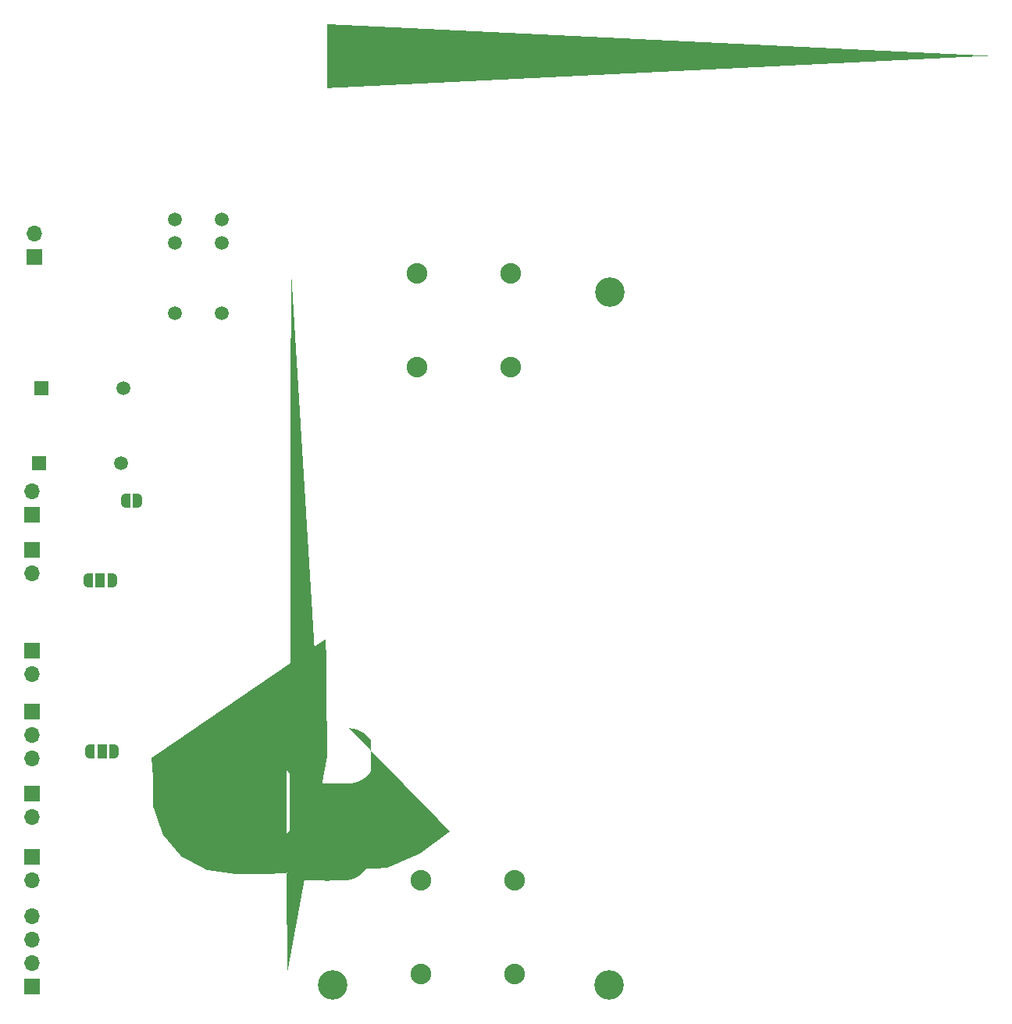
<source format=gbr>
%TF.GenerationSoftware,KiCad,Pcbnew,8.0.3*%
%TF.CreationDate,2024-11-15T02:09:21-08:00*%
%TF.ProjectId,Power_Management,506f7765-725f-44d6-916e-6167656d656e,rev?*%
%TF.SameCoordinates,Original*%
%TF.FileFunction,Soldermask,Bot*%
%TF.FilePolarity,Negative*%
%FSLAX46Y46*%
G04 Gerber Fmt 4.6, Leading zero omitted, Abs format (unit mm)*
G04 Created by KiCad (PCBNEW 8.0.3) date 2024-11-15 02:09:21*
%MOMM*%
%LPD*%
G01*
G04 APERTURE LIST*
G04 Aperture macros list*
%AMRoundRect*
0 Rectangle with rounded corners*
0 $1 Rounding radius*
0 $2 $3 $4 $5 $6 $7 $8 $9 X,Y pos of 4 corners*
0 Add a 4 corners polygon primitive as box body*
4,1,4,$2,$3,$4,$5,$6,$7,$8,$9,$2,$3,0*
0 Add four circle primitives for the rounded corners*
1,1,$1+$1,$2,$3*
1,1,$1+$1,$4,$5*
1,1,$1+$1,$6,$7*
1,1,$1+$1,$8,$9*
0 Add four rect primitives between the rounded corners*
20,1,$1+$1,$2,$3,$4,$5,0*
20,1,$1+$1,$4,$5,$6,$7,0*
20,1,$1+$1,$6,$7,$8,$9,0*
20,1,$1+$1,$8,$9,$2,$3,0*%
%AMFreePoly0*
4,1,64,2.219304,2.963065,2.677052,2.853170,3.111972,2.673020,3.513357,2.427051,3.871321,2.121320,4.177052,1.763356,4.423021,1.361971,4.603171,0.927051,4.713066,0.469303,4.750001,0.000000,4.713066,-0.469303,4.603171,-0.927051,4.423021,-1.361971,4.177052,-1.763356,3.871321,-2.121320,3.513357,-2.427051,3.111972,-2.673020,2.677052,-2.853170,2.219304,-2.963065,1.750001,-3.000000,
-2.249999,-3.000000,-2.397706,-2.996361,-2.545055,-2.985454,-2.691689,-2.967306,-2.837251,-2.941960,-2.981388,-2.909478,-3.123751,-2.869938,-3.263995,-2.823437,-3.401780,-2.770088,-3.536770,-2.710019,-3.668639,-2.643376,-3.797067,-2.570322,-3.921743,-2.491033,-4.042363,-2.405702,-4.158636,-2.314536,-4.270279,-2.217755,-4.377022,-2.115595,-4.478605,-2.008303,-4.574782,-1.896139,-4.665320,-1.779377,
-4.750000,-1.658298,-4.750001,1.658297,-4.665322,1.779376,-4.574783,1.896139,-4.478606,2.008302,-4.377023,2.115594,-4.270281,2.217755,-4.158637,2.314535,-4.042365,2.405702,-3.921744,2.491033,-3.797069,2.570322,-3.668640,2.643376,-3.536771,2.710019,-3.401780,2.770087,-3.263996,2.823437,-3.123752,2.869937,-2.981389,2.909477,-2.837251,2.941959,-2.691689,2.967304,-2.545056,2.985452,
-2.397706,2.996359,-2.249999,2.999997,1.750001,3.000000,2.219304,2.963065,2.219304,2.963065,$1*%
%AMFreePoly1*
4,1,64,2.397707,2.996361,2.545056,2.985454,2.691689,2.967306,2.837251,2.941960,2.981388,2.909477,3.123751,2.869938,3.263995,2.823437,3.401779,2.770087,3.536770,2.710019,3.668639,2.643376,3.797067,2.570322,3.921742,2.491033,4.042363,2.405702,4.158635,2.314536,4.270278,2.217755,4.377021,2.115595,4.478604,2.008303,4.574782,1.896140,4.665320,1.779378,4.750000,1.658299,
4.750001,-1.658298,4.665321,-1.779377,4.574783,-1.896139,4.478606,-2.008303,4.377022,-2.115595,4.270280,-2.217755,4.158637,-2.314536,4.042364,-2.405702,3.921744,-2.491033,3.797068,-2.570322,3.668640,-2.643376,3.536771,-2.710019,3.401780,-2.770087,3.263996,-2.823437,3.123752,-2.869937,2.981389,-2.909477,2.837251,-2.941959,2.691689,-2.967305,2.545056,-2.985453,2.397707,-2.996360,
2.250000,-2.999998,-1.750001,-3.000000,-2.219304,-2.963065,-2.677051,-2.853170,-3.111972,-2.673020,-3.513356,-2.427051,-3.871321,-2.121320,-4.177051,-1.763356,-4.423020,-1.361971,-4.603170,-0.927051,-4.713066,-0.469303,-4.750001,0.000000,-4.713066,0.469303,-4.603170,0.927051,-4.423020,1.361971,-4.177051,1.763356,-3.871321,2.121320,-3.513356,2.427051,-3.111972,2.673020,-2.677051,2.853170,
-2.219304,2.963065,-1.750001,3.000000,2.250000,3.000000,2.397707,2.996361,2.397707,2.996361,$1*%
%AMFreePoly2*
4,1,19,0.500000,-0.750000,0.000000,-0.750000,0.000000,-0.744911,-0.071157,-0.744911,-0.207708,-0.704816,-0.327430,-0.627875,-0.420627,-0.520320,-0.479746,-0.390866,-0.500000,-0.250000,-0.500000,0.250000,-0.479746,0.390866,-0.420627,0.520320,-0.327430,0.627875,-0.207708,0.704816,-0.071157,0.744911,0.000000,0.744911,0.000000,0.750000,0.500000,0.750000,0.500000,-0.750000,0.500000,-0.750000,
$1*%
%AMFreePoly3*
4,1,19,0.000000,0.744911,0.071157,0.744911,0.207708,0.704816,0.327430,0.627875,0.420627,0.520320,0.479746,0.390866,0.500000,0.250000,0.500000,-0.250000,0.479746,-0.390866,0.420627,-0.520320,0.327430,-0.627875,0.207708,-0.704816,0.071157,-0.744911,0.000000,-0.744911,0.000000,-0.750000,-0.500000,-0.750000,-0.500000,0.750000,0.000000,0.750000,0.000000,0.744911,0.000000,0.744911,
$1*%
%AMFreePoly4*
4,1,19,0.550000,-0.750000,0.000000,-0.750000,0.000000,-0.744911,-0.071157,-0.744911,-0.207708,-0.704816,-0.327430,-0.627875,-0.420627,-0.520320,-0.479746,-0.390866,-0.500000,-0.250000,-0.500000,0.250000,-0.479746,0.390866,-0.420627,0.520320,-0.327430,0.627875,-0.207708,0.704816,-0.071157,0.744911,0.000000,0.744911,0.000000,0.750000,0.550000,0.750000,0.550000,-0.750000,0.550000,-0.750000,
$1*%
%AMFreePoly5*
4,1,19,0.000000,0.744911,0.071157,0.744911,0.207708,0.704816,0.327430,0.627875,0.420627,0.520320,0.479746,0.390866,0.500000,0.250000,0.500000,-0.250000,0.479746,-0.390866,0.420627,-0.520320,0.327430,-0.627875,0.207708,-0.704816,0.071157,-0.744911,0.000000,-0.744911,0.000000,-0.750000,-0.550000,-0.750000,-0.550000,0.750000,0.000000,0.750000,0.000000,0.744911,0.000000,0.744911,
$1*%
G04 Aperture macros list end*
%ADD10C,1.498600*%
%ADD11R,1.700000X1.700000*%
%ADD12O,1.700000X1.700000*%
%ADD13R,1.498600X1.498600*%
%ADD14C,2.235200*%
%ADD15C,3.200000*%
%ADD16RoundRect,1.300000X-0.000010X2.000000X-0.000010X-2.000000X0.000010X-2.000000X0.000010X2.000000X0*%
%ADD17FreePoly0,270.000000*%
%ADD18FreePoly1,270.000000*%
%ADD19FreePoly2,0.000000*%
%ADD20FreePoly3,0.000000*%
%ADD21FreePoly4,0.000000*%
%ADD22R,1.000000X1.500000*%
%ADD23FreePoly5,0.000000*%
%ADD24FreePoly4,180.000000*%
%ADD25FreePoly5,180.000000*%
G04 APERTURE END LIST*
D10*
%TO.C,K2*%
X168656000Y-93726000D03*
X168656000Y-96266000D03*
X168656000Y-103886000D03*
X173736000Y-103886000D03*
X173736000Y-96266000D03*
X173736000Y-93726000D03*
%TD*%
D11*
%TO.C,J8*%
X153162000Y-176885600D03*
D12*
X153162000Y-174345600D03*
X153162000Y-171805600D03*
X153162000Y-169265600D03*
%TD*%
D10*
%TO.C,D6*%
X162814000Y-120142000D03*
D13*
X153913840Y-120142000D03*
%TD*%
D14*
%TO.C,J3*%
X195326000Y-165354000D03*
X195326000Y-175514000D03*
X205486000Y-165354000D03*
X205486000Y-175514000D03*
%TD*%
D15*
%TO.C,H1*%
X215798400Y-101631600D03*
%TD*%
D11*
%TO.C,J2*%
X153162000Y-155951000D03*
D12*
X153162000Y-158491000D03*
%TD*%
D14*
%TO.C,J4*%
X205079200Y-109728000D03*
X205079200Y-99568000D03*
X194919200Y-109728000D03*
X194919200Y-99568000D03*
%TD*%
D15*
%TO.C,H4*%
X215724800Y-176682400D03*
%TD*%
D11*
%TO.C,J9*%
X153162000Y-147066000D03*
D12*
X153162000Y-149606000D03*
X153162000Y-152146000D03*
%TD*%
D11*
%TO.C,J6*%
X153162000Y-129535000D03*
D12*
X153162000Y-132075000D03*
%TD*%
D11*
%TO.C,J10*%
X153162000Y-162814000D03*
D12*
X153162000Y-165354000D03*
%TD*%
D11*
%TO.C,J5*%
X153416000Y-97790000D03*
D12*
X153416000Y-95250000D03*
%TD*%
D11*
%TO.C,J1*%
X153162000Y-125735000D03*
D12*
X153162000Y-123195000D03*
%TD*%
D15*
%TO.C,H3*%
X185724800Y-176682400D03*
%TD*%
D11*
%TO.C,J7*%
X153162000Y-140457000D03*
D12*
X153162000Y-142997000D03*
%TD*%
D16*
%TO.C,U1*%
X185134000Y-162114000D03*
D17*
X185134000Y-162363999D03*
D18*
X185134000Y-151864000D03*
%TD*%
D10*
%TO.C,D8*%
X163068000Y-112014000D03*
D13*
X154167840Y-112014000D03*
%TD*%
D19*
%TO.C,JP8*%
X163322000Y-124206000D03*
D20*
X164622000Y-124206000D03*
%TD*%
D21*
%TO.C,JP4*%
X159452000Y-151384000D03*
D22*
X160752000Y-151384000D03*
D23*
X162052000Y-151384000D03*
%TD*%
D24*
%TO.C,JP7*%
X161858000Y-132842000D03*
D22*
X160558000Y-132842000D03*
D25*
X159258000Y-132842000D03*
%TD*%
M02*

</source>
